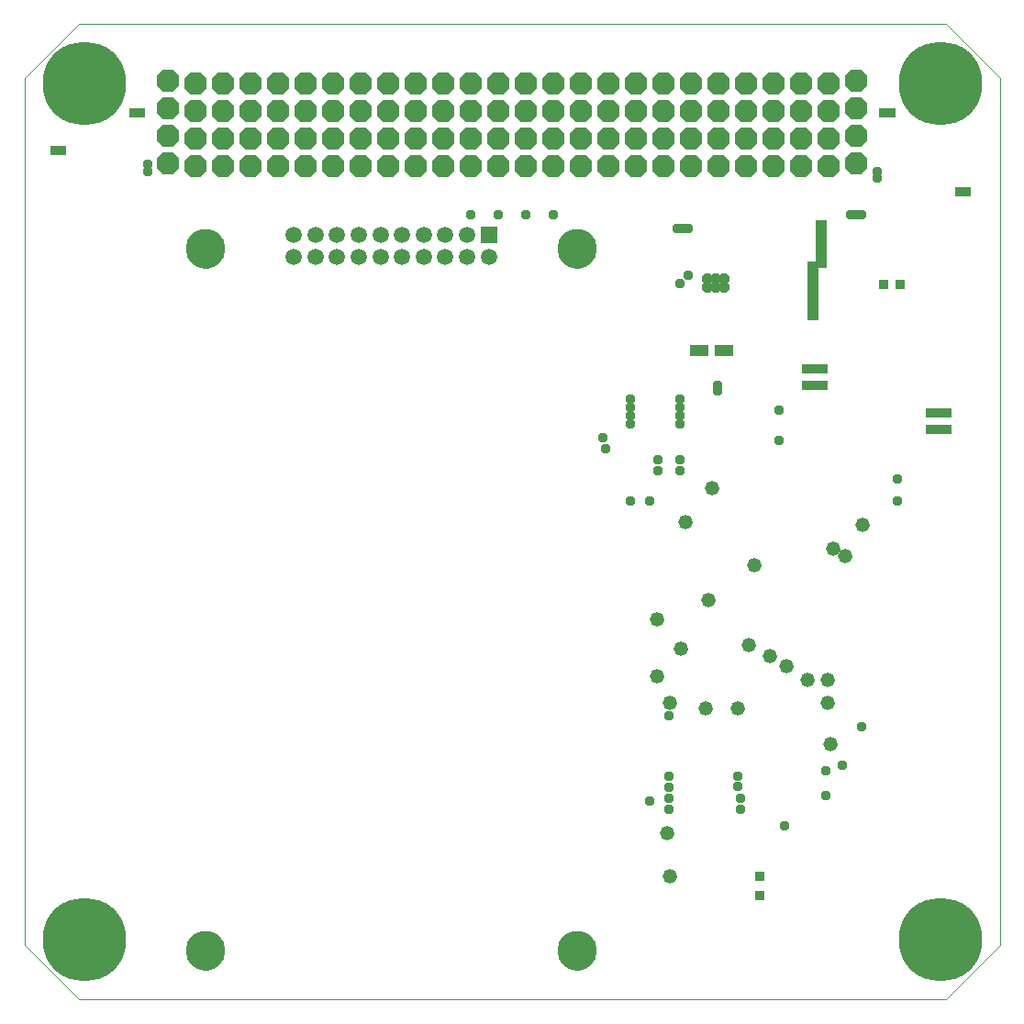
<source format=gbs>
G75*
%MOIN*%
%OFA0B0*%
%FSLAX25Y25*%
%IPPOS*%
%LPD*%
%AMOC8*
5,1,8,0,0,1.08239X$1,22.5*
%
%ADD10C,0.00000*%
%ADD11C,0.30328*%
%ADD12OC8,0.08200*%
%ADD13C,0.05200*%
%ADD14R,0.05950X0.05950*%
%ADD15C,0.05950*%
%ADD16C,0.14383*%
%ADD17C,0.03778*%
%ADD18R,0.03778X0.03778*%
%ADD19OC8,0.03975*%
%ADD20R,0.03975X0.03975*%
D10*
X0001000Y0020685D02*
X0001000Y0335646D01*
X0020685Y0355331D01*
X0335646Y0355331D01*
X0355331Y0335646D01*
X0355331Y0020685D01*
X0335646Y0001000D01*
X0020685Y0001000D01*
X0001000Y0020685D01*
X0059855Y0018685D02*
X0059857Y0018852D01*
X0059863Y0019018D01*
X0059873Y0019185D01*
X0059888Y0019351D01*
X0059906Y0019516D01*
X0059929Y0019681D01*
X0059955Y0019846D01*
X0059985Y0020010D01*
X0060020Y0020173D01*
X0060059Y0020335D01*
X0060101Y0020496D01*
X0060147Y0020656D01*
X0060198Y0020815D01*
X0060252Y0020973D01*
X0060310Y0021129D01*
X0060372Y0021284D01*
X0060438Y0021437D01*
X0060507Y0021589D01*
X0060580Y0021738D01*
X0060657Y0021886D01*
X0060737Y0022032D01*
X0060821Y0022176D01*
X0060909Y0022318D01*
X0060999Y0022458D01*
X0061094Y0022595D01*
X0061191Y0022730D01*
X0061292Y0022863D01*
X0061396Y0022993D01*
X0061504Y0023121D01*
X0061614Y0023246D01*
X0061728Y0023368D01*
X0061844Y0023487D01*
X0061963Y0023603D01*
X0062085Y0023717D01*
X0062210Y0023827D01*
X0062338Y0023935D01*
X0062468Y0024039D01*
X0062601Y0024140D01*
X0062736Y0024237D01*
X0062873Y0024332D01*
X0063013Y0024422D01*
X0063155Y0024510D01*
X0063299Y0024594D01*
X0063445Y0024674D01*
X0063593Y0024751D01*
X0063742Y0024824D01*
X0063894Y0024893D01*
X0064047Y0024959D01*
X0064202Y0025021D01*
X0064358Y0025079D01*
X0064516Y0025133D01*
X0064675Y0025184D01*
X0064835Y0025230D01*
X0064996Y0025272D01*
X0065158Y0025311D01*
X0065321Y0025346D01*
X0065485Y0025376D01*
X0065650Y0025402D01*
X0065815Y0025425D01*
X0065980Y0025443D01*
X0066146Y0025458D01*
X0066313Y0025468D01*
X0066479Y0025474D01*
X0066646Y0025476D01*
X0066813Y0025474D01*
X0066979Y0025468D01*
X0067146Y0025458D01*
X0067312Y0025443D01*
X0067477Y0025425D01*
X0067642Y0025402D01*
X0067807Y0025376D01*
X0067971Y0025346D01*
X0068134Y0025311D01*
X0068296Y0025272D01*
X0068457Y0025230D01*
X0068617Y0025184D01*
X0068776Y0025133D01*
X0068934Y0025079D01*
X0069090Y0025021D01*
X0069245Y0024959D01*
X0069398Y0024893D01*
X0069550Y0024824D01*
X0069699Y0024751D01*
X0069847Y0024674D01*
X0069993Y0024594D01*
X0070137Y0024510D01*
X0070279Y0024422D01*
X0070419Y0024332D01*
X0070556Y0024237D01*
X0070691Y0024140D01*
X0070824Y0024039D01*
X0070954Y0023935D01*
X0071082Y0023827D01*
X0071207Y0023717D01*
X0071329Y0023603D01*
X0071448Y0023487D01*
X0071564Y0023368D01*
X0071678Y0023246D01*
X0071788Y0023121D01*
X0071896Y0022993D01*
X0072000Y0022863D01*
X0072101Y0022730D01*
X0072198Y0022595D01*
X0072293Y0022458D01*
X0072383Y0022318D01*
X0072471Y0022176D01*
X0072555Y0022032D01*
X0072635Y0021886D01*
X0072712Y0021738D01*
X0072785Y0021589D01*
X0072854Y0021437D01*
X0072920Y0021284D01*
X0072982Y0021129D01*
X0073040Y0020973D01*
X0073094Y0020815D01*
X0073145Y0020656D01*
X0073191Y0020496D01*
X0073233Y0020335D01*
X0073272Y0020173D01*
X0073307Y0020010D01*
X0073337Y0019846D01*
X0073363Y0019681D01*
X0073386Y0019516D01*
X0073404Y0019351D01*
X0073419Y0019185D01*
X0073429Y0019018D01*
X0073435Y0018852D01*
X0073437Y0018685D01*
X0073435Y0018518D01*
X0073429Y0018352D01*
X0073419Y0018185D01*
X0073404Y0018019D01*
X0073386Y0017854D01*
X0073363Y0017689D01*
X0073337Y0017524D01*
X0073307Y0017360D01*
X0073272Y0017197D01*
X0073233Y0017035D01*
X0073191Y0016874D01*
X0073145Y0016714D01*
X0073094Y0016555D01*
X0073040Y0016397D01*
X0072982Y0016241D01*
X0072920Y0016086D01*
X0072854Y0015933D01*
X0072785Y0015781D01*
X0072712Y0015632D01*
X0072635Y0015484D01*
X0072555Y0015338D01*
X0072471Y0015194D01*
X0072383Y0015052D01*
X0072293Y0014912D01*
X0072198Y0014775D01*
X0072101Y0014640D01*
X0072000Y0014507D01*
X0071896Y0014377D01*
X0071788Y0014249D01*
X0071678Y0014124D01*
X0071564Y0014002D01*
X0071448Y0013883D01*
X0071329Y0013767D01*
X0071207Y0013653D01*
X0071082Y0013543D01*
X0070954Y0013435D01*
X0070824Y0013331D01*
X0070691Y0013230D01*
X0070556Y0013133D01*
X0070419Y0013038D01*
X0070279Y0012948D01*
X0070137Y0012860D01*
X0069993Y0012776D01*
X0069847Y0012696D01*
X0069699Y0012619D01*
X0069550Y0012546D01*
X0069398Y0012477D01*
X0069245Y0012411D01*
X0069090Y0012349D01*
X0068934Y0012291D01*
X0068776Y0012237D01*
X0068617Y0012186D01*
X0068457Y0012140D01*
X0068296Y0012098D01*
X0068134Y0012059D01*
X0067971Y0012024D01*
X0067807Y0011994D01*
X0067642Y0011968D01*
X0067477Y0011945D01*
X0067312Y0011927D01*
X0067146Y0011912D01*
X0066979Y0011902D01*
X0066813Y0011896D01*
X0066646Y0011894D01*
X0066479Y0011896D01*
X0066313Y0011902D01*
X0066146Y0011912D01*
X0065980Y0011927D01*
X0065815Y0011945D01*
X0065650Y0011968D01*
X0065485Y0011994D01*
X0065321Y0012024D01*
X0065158Y0012059D01*
X0064996Y0012098D01*
X0064835Y0012140D01*
X0064675Y0012186D01*
X0064516Y0012237D01*
X0064358Y0012291D01*
X0064202Y0012349D01*
X0064047Y0012411D01*
X0063894Y0012477D01*
X0063742Y0012546D01*
X0063593Y0012619D01*
X0063445Y0012696D01*
X0063299Y0012776D01*
X0063155Y0012860D01*
X0063013Y0012948D01*
X0062873Y0013038D01*
X0062736Y0013133D01*
X0062601Y0013230D01*
X0062468Y0013331D01*
X0062338Y0013435D01*
X0062210Y0013543D01*
X0062085Y0013653D01*
X0061963Y0013767D01*
X0061844Y0013883D01*
X0061728Y0014002D01*
X0061614Y0014124D01*
X0061504Y0014249D01*
X0061396Y0014377D01*
X0061292Y0014507D01*
X0061191Y0014640D01*
X0061094Y0014775D01*
X0060999Y0014912D01*
X0060909Y0015052D01*
X0060821Y0015194D01*
X0060737Y0015338D01*
X0060657Y0015484D01*
X0060580Y0015632D01*
X0060507Y0015781D01*
X0060438Y0015933D01*
X0060372Y0016086D01*
X0060310Y0016241D01*
X0060252Y0016397D01*
X0060198Y0016555D01*
X0060147Y0016714D01*
X0060101Y0016874D01*
X0060059Y0017035D01*
X0060020Y0017197D01*
X0059985Y0017360D01*
X0059955Y0017524D01*
X0059929Y0017689D01*
X0059906Y0017854D01*
X0059888Y0018019D01*
X0059873Y0018185D01*
X0059863Y0018352D01*
X0059857Y0018518D01*
X0059855Y0018685D01*
X0194855Y0018685D02*
X0194857Y0018852D01*
X0194863Y0019018D01*
X0194873Y0019185D01*
X0194888Y0019351D01*
X0194906Y0019516D01*
X0194929Y0019681D01*
X0194955Y0019846D01*
X0194985Y0020010D01*
X0195020Y0020173D01*
X0195059Y0020335D01*
X0195101Y0020496D01*
X0195147Y0020656D01*
X0195198Y0020815D01*
X0195252Y0020973D01*
X0195310Y0021129D01*
X0195372Y0021284D01*
X0195438Y0021437D01*
X0195507Y0021589D01*
X0195580Y0021738D01*
X0195657Y0021886D01*
X0195737Y0022032D01*
X0195821Y0022176D01*
X0195909Y0022318D01*
X0195999Y0022458D01*
X0196094Y0022595D01*
X0196191Y0022730D01*
X0196292Y0022863D01*
X0196396Y0022993D01*
X0196504Y0023121D01*
X0196614Y0023246D01*
X0196728Y0023368D01*
X0196844Y0023487D01*
X0196963Y0023603D01*
X0197085Y0023717D01*
X0197210Y0023827D01*
X0197338Y0023935D01*
X0197468Y0024039D01*
X0197601Y0024140D01*
X0197736Y0024237D01*
X0197873Y0024332D01*
X0198013Y0024422D01*
X0198155Y0024510D01*
X0198299Y0024594D01*
X0198445Y0024674D01*
X0198593Y0024751D01*
X0198742Y0024824D01*
X0198894Y0024893D01*
X0199047Y0024959D01*
X0199202Y0025021D01*
X0199358Y0025079D01*
X0199516Y0025133D01*
X0199675Y0025184D01*
X0199835Y0025230D01*
X0199996Y0025272D01*
X0200158Y0025311D01*
X0200321Y0025346D01*
X0200485Y0025376D01*
X0200650Y0025402D01*
X0200815Y0025425D01*
X0200980Y0025443D01*
X0201146Y0025458D01*
X0201313Y0025468D01*
X0201479Y0025474D01*
X0201646Y0025476D01*
X0201813Y0025474D01*
X0201979Y0025468D01*
X0202146Y0025458D01*
X0202312Y0025443D01*
X0202477Y0025425D01*
X0202642Y0025402D01*
X0202807Y0025376D01*
X0202971Y0025346D01*
X0203134Y0025311D01*
X0203296Y0025272D01*
X0203457Y0025230D01*
X0203617Y0025184D01*
X0203776Y0025133D01*
X0203934Y0025079D01*
X0204090Y0025021D01*
X0204245Y0024959D01*
X0204398Y0024893D01*
X0204550Y0024824D01*
X0204699Y0024751D01*
X0204847Y0024674D01*
X0204993Y0024594D01*
X0205137Y0024510D01*
X0205279Y0024422D01*
X0205419Y0024332D01*
X0205556Y0024237D01*
X0205691Y0024140D01*
X0205824Y0024039D01*
X0205954Y0023935D01*
X0206082Y0023827D01*
X0206207Y0023717D01*
X0206329Y0023603D01*
X0206448Y0023487D01*
X0206564Y0023368D01*
X0206678Y0023246D01*
X0206788Y0023121D01*
X0206896Y0022993D01*
X0207000Y0022863D01*
X0207101Y0022730D01*
X0207198Y0022595D01*
X0207293Y0022458D01*
X0207383Y0022318D01*
X0207471Y0022176D01*
X0207555Y0022032D01*
X0207635Y0021886D01*
X0207712Y0021738D01*
X0207785Y0021589D01*
X0207854Y0021437D01*
X0207920Y0021284D01*
X0207982Y0021129D01*
X0208040Y0020973D01*
X0208094Y0020815D01*
X0208145Y0020656D01*
X0208191Y0020496D01*
X0208233Y0020335D01*
X0208272Y0020173D01*
X0208307Y0020010D01*
X0208337Y0019846D01*
X0208363Y0019681D01*
X0208386Y0019516D01*
X0208404Y0019351D01*
X0208419Y0019185D01*
X0208429Y0019018D01*
X0208435Y0018852D01*
X0208437Y0018685D01*
X0208435Y0018518D01*
X0208429Y0018352D01*
X0208419Y0018185D01*
X0208404Y0018019D01*
X0208386Y0017854D01*
X0208363Y0017689D01*
X0208337Y0017524D01*
X0208307Y0017360D01*
X0208272Y0017197D01*
X0208233Y0017035D01*
X0208191Y0016874D01*
X0208145Y0016714D01*
X0208094Y0016555D01*
X0208040Y0016397D01*
X0207982Y0016241D01*
X0207920Y0016086D01*
X0207854Y0015933D01*
X0207785Y0015781D01*
X0207712Y0015632D01*
X0207635Y0015484D01*
X0207555Y0015338D01*
X0207471Y0015194D01*
X0207383Y0015052D01*
X0207293Y0014912D01*
X0207198Y0014775D01*
X0207101Y0014640D01*
X0207000Y0014507D01*
X0206896Y0014377D01*
X0206788Y0014249D01*
X0206678Y0014124D01*
X0206564Y0014002D01*
X0206448Y0013883D01*
X0206329Y0013767D01*
X0206207Y0013653D01*
X0206082Y0013543D01*
X0205954Y0013435D01*
X0205824Y0013331D01*
X0205691Y0013230D01*
X0205556Y0013133D01*
X0205419Y0013038D01*
X0205279Y0012948D01*
X0205137Y0012860D01*
X0204993Y0012776D01*
X0204847Y0012696D01*
X0204699Y0012619D01*
X0204550Y0012546D01*
X0204398Y0012477D01*
X0204245Y0012411D01*
X0204090Y0012349D01*
X0203934Y0012291D01*
X0203776Y0012237D01*
X0203617Y0012186D01*
X0203457Y0012140D01*
X0203296Y0012098D01*
X0203134Y0012059D01*
X0202971Y0012024D01*
X0202807Y0011994D01*
X0202642Y0011968D01*
X0202477Y0011945D01*
X0202312Y0011927D01*
X0202146Y0011912D01*
X0201979Y0011902D01*
X0201813Y0011896D01*
X0201646Y0011894D01*
X0201479Y0011896D01*
X0201313Y0011902D01*
X0201146Y0011912D01*
X0200980Y0011927D01*
X0200815Y0011945D01*
X0200650Y0011968D01*
X0200485Y0011994D01*
X0200321Y0012024D01*
X0200158Y0012059D01*
X0199996Y0012098D01*
X0199835Y0012140D01*
X0199675Y0012186D01*
X0199516Y0012237D01*
X0199358Y0012291D01*
X0199202Y0012349D01*
X0199047Y0012411D01*
X0198894Y0012477D01*
X0198742Y0012546D01*
X0198593Y0012619D01*
X0198445Y0012696D01*
X0198299Y0012776D01*
X0198155Y0012860D01*
X0198013Y0012948D01*
X0197873Y0013038D01*
X0197736Y0013133D01*
X0197601Y0013230D01*
X0197468Y0013331D01*
X0197338Y0013435D01*
X0197210Y0013543D01*
X0197085Y0013653D01*
X0196963Y0013767D01*
X0196844Y0013883D01*
X0196728Y0014002D01*
X0196614Y0014124D01*
X0196504Y0014249D01*
X0196396Y0014377D01*
X0196292Y0014507D01*
X0196191Y0014640D01*
X0196094Y0014775D01*
X0195999Y0014912D01*
X0195909Y0015052D01*
X0195821Y0015194D01*
X0195737Y0015338D01*
X0195657Y0015484D01*
X0195580Y0015632D01*
X0195507Y0015781D01*
X0195438Y0015933D01*
X0195372Y0016086D01*
X0195310Y0016241D01*
X0195252Y0016397D01*
X0195198Y0016555D01*
X0195147Y0016714D01*
X0195101Y0016874D01*
X0195059Y0017035D01*
X0195020Y0017197D01*
X0194985Y0017360D01*
X0194955Y0017524D01*
X0194929Y0017689D01*
X0194906Y0017854D01*
X0194888Y0018019D01*
X0194873Y0018185D01*
X0194863Y0018352D01*
X0194857Y0018518D01*
X0194855Y0018685D01*
X0194855Y0273685D02*
X0194857Y0273852D01*
X0194863Y0274018D01*
X0194873Y0274185D01*
X0194888Y0274351D01*
X0194906Y0274516D01*
X0194929Y0274681D01*
X0194955Y0274846D01*
X0194985Y0275010D01*
X0195020Y0275173D01*
X0195059Y0275335D01*
X0195101Y0275496D01*
X0195147Y0275656D01*
X0195198Y0275815D01*
X0195252Y0275973D01*
X0195310Y0276129D01*
X0195372Y0276284D01*
X0195438Y0276437D01*
X0195507Y0276589D01*
X0195580Y0276738D01*
X0195657Y0276886D01*
X0195737Y0277032D01*
X0195821Y0277176D01*
X0195909Y0277318D01*
X0195999Y0277458D01*
X0196094Y0277595D01*
X0196191Y0277730D01*
X0196292Y0277863D01*
X0196396Y0277993D01*
X0196504Y0278121D01*
X0196614Y0278246D01*
X0196728Y0278368D01*
X0196844Y0278487D01*
X0196963Y0278603D01*
X0197085Y0278717D01*
X0197210Y0278827D01*
X0197338Y0278935D01*
X0197468Y0279039D01*
X0197601Y0279140D01*
X0197736Y0279237D01*
X0197873Y0279332D01*
X0198013Y0279422D01*
X0198155Y0279510D01*
X0198299Y0279594D01*
X0198445Y0279674D01*
X0198593Y0279751D01*
X0198742Y0279824D01*
X0198894Y0279893D01*
X0199047Y0279959D01*
X0199202Y0280021D01*
X0199358Y0280079D01*
X0199516Y0280133D01*
X0199675Y0280184D01*
X0199835Y0280230D01*
X0199996Y0280272D01*
X0200158Y0280311D01*
X0200321Y0280346D01*
X0200485Y0280376D01*
X0200650Y0280402D01*
X0200815Y0280425D01*
X0200980Y0280443D01*
X0201146Y0280458D01*
X0201313Y0280468D01*
X0201479Y0280474D01*
X0201646Y0280476D01*
X0201813Y0280474D01*
X0201979Y0280468D01*
X0202146Y0280458D01*
X0202312Y0280443D01*
X0202477Y0280425D01*
X0202642Y0280402D01*
X0202807Y0280376D01*
X0202971Y0280346D01*
X0203134Y0280311D01*
X0203296Y0280272D01*
X0203457Y0280230D01*
X0203617Y0280184D01*
X0203776Y0280133D01*
X0203934Y0280079D01*
X0204090Y0280021D01*
X0204245Y0279959D01*
X0204398Y0279893D01*
X0204550Y0279824D01*
X0204699Y0279751D01*
X0204847Y0279674D01*
X0204993Y0279594D01*
X0205137Y0279510D01*
X0205279Y0279422D01*
X0205419Y0279332D01*
X0205556Y0279237D01*
X0205691Y0279140D01*
X0205824Y0279039D01*
X0205954Y0278935D01*
X0206082Y0278827D01*
X0206207Y0278717D01*
X0206329Y0278603D01*
X0206448Y0278487D01*
X0206564Y0278368D01*
X0206678Y0278246D01*
X0206788Y0278121D01*
X0206896Y0277993D01*
X0207000Y0277863D01*
X0207101Y0277730D01*
X0207198Y0277595D01*
X0207293Y0277458D01*
X0207383Y0277318D01*
X0207471Y0277176D01*
X0207555Y0277032D01*
X0207635Y0276886D01*
X0207712Y0276738D01*
X0207785Y0276589D01*
X0207854Y0276437D01*
X0207920Y0276284D01*
X0207982Y0276129D01*
X0208040Y0275973D01*
X0208094Y0275815D01*
X0208145Y0275656D01*
X0208191Y0275496D01*
X0208233Y0275335D01*
X0208272Y0275173D01*
X0208307Y0275010D01*
X0208337Y0274846D01*
X0208363Y0274681D01*
X0208386Y0274516D01*
X0208404Y0274351D01*
X0208419Y0274185D01*
X0208429Y0274018D01*
X0208435Y0273852D01*
X0208437Y0273685D01*
X0208435Y0273518D01*
X0208429Y0273352D01*
X0208419Y0273185D01*
X0208404Y0273019D01*
X0208386Y0272854D01*
X0208363Y0272689D01*
X0208337Y0272524D01*
X0208307Y0272360D01*
X0208272Y0272197D01*
X0208233Y0272035D01*
X0208191Y0271874D01*
X0208145Y0271714D01*
X0208094Y0271555D01*
X0208040Y0271397D01*
X0207982Y0271241D01*
X0207920Y0271086D01*
X0207854Y0270933D01*
X0207785Y0270781D01*
X0207712Y0270632D01*
X0207635Y0270484D01*
X0207555Y0270338D01*
X0207471Y0270194D01*
X0207383Y0270052D01*
X0207293Y0269912D01*
X0207198Y0269775D01*
X0207101Y0269640D01*
X0207000Y0269507D01*
X0206896Y0269377D01*
X0206788Y0269249D01*
X0206678Y0269124D01*
X0206564Y0269002D01*
X0206448Y0268883D01*
X0206329Y0268767D01*
X0206207Y0268653D01*
X0206082Y0268543D01*
X0205954Y0268435D01*
X0205824Y0268331D01*
X0205691Y0268230D01*
X0205556Y0268133D01*
X0205419Y0268038D01*
X0205279Y0267948D01*
X0205137Y0267860D01*
X0204993Y0267776D01*
X0204847Y0267696D01*
X0204699Y0267619D01*
X0204550Y0267546D01*
X0204398Y0267477D01*
X0204245Y0267411D01*
X0204090Y0267349D01*
X0203934Y0267291D01*
X0203776Y0267237D01*
X0203617Y0267186D01*
X0203457Y0267140D01*
X0203296Y0267098D01*
X0203134Y0267059D01*
X0202971Y0267024D01*
X0202807Y0266994D01*
X0202642Y0266968D01*
X0202477Y0266945D01*
X0202312Y0266927D01*
X0202146Y0266912D01*
X0201979Y0266902D01*
X0201813Y0266896D01*
X0201646Y0266894D01*
X0201479Y0266896D01*
X0201313Y0266902D01*
X0201146Y0266912D01*
X0200980Y0266927D01*
X0200815Y0266945D01*
X0200650Y0266968D01*
X0200485Y0266994D01*
X0200321Y0267024D01*
X0200158Y0267059D01*
X0199996Y0267098D01*
X0199835Y0267140D01*
X0199675Y0267186D01*
X0199516Y0267237D01*
X0199358Y0267291D01*
X0199202Y0267349D01*
X0199047Y0267411D01*
X0198894Y0267477D01*
X0198742Y0267546D01*
X0198593Y0267619D01*
X0198445Y0267696D01*
X0198299Y0267776D01*
X0198155Y0267860D01*
X0198013Y0267948D01*
X0197873Y0268038D01*
X0197736Y0268133D01*
X0197601Y0268230D01*
X0197468Y0268331D01*
X0197338Y0268435D01*
X0197210Y0268543D01*
X0197085Y0268653D01*
X0196963Y0268767D01*
X0196844Y0268883D01*
X0196728Y0269002D01*
X0196614Y0269124D01*
X0196504Y0269249D01*
X0196396Y0269377D01*
X0196292Y0269507D01*
X0196191Y0269640D01*
X0196094Y0269775D01*
X0195999Y0269912D01*
X0195909Y0270052D01*
X0195821Y0270194D01*
X0195737Y0270338D01*
X0195657Y0270484D01*
X0195580Y0270632D01*
X0195507Y0270781D01*
X0195438Y0270933D01*
X0195372Y0271086D01*
X0195310Y0271241D01*
X0195252Y0271397D01*
X0195198Y0271555D01*
X0195147Y0271714D01*
X0195101Y0271874D01*
X0195059Y0272035D01*
X0195020Y0272197D01*
X0194985Y0272360D01*
X0194955Y0272524D01*
X0194929Y0272689D01*
X0194906Y0272854D01*
X0194888Y0273019D01*
X0194873Y0273185D01*
X0194863Y0273352D01*
X0194857Y0273518D01*
X0194855Y0273685D01*
X0059855Y0273685D02*
X0059857Y0273852D01*
X0059863Y0274018D01*
X0059873Y0274185D01*
X0059888Y0274351D01*
X0059906Y0274516D01*
X0059929Y0274681D01*
X0059955Y0274846D01*
X0059985Y0275010D01*
X0060020Y0275173D01*
X0060059Y0275335D01*
X0060101Y0275496D01*
X0060147Y0275656D01*
X0060198Y0275815D01*
X0060252Y0275973D01*
X0060310Y0276129D01*
X0060372Y0276284D01*
X0060438Y0276437D01*
X0060507Y0276589D01*
X0060580Y0276738D01*
X0060657Y0276886D01*
X0060737Y0277032D01*
X0060821Y0277176D01*
X0060909Y0277318D01*
X0060999Y0277458D01*
X0061094Y0277595D01*
X0061191Y0277730D01*
X0061292Y0277863D01*
X0061396Y0277993D01*
X0061504Y0278121D01*
X0061614Y0278246D01*
X0061728Y0278368D01*
X0061844Y0278487D01*
X0061963Y0278603D01*
X0062085Y0278717D01*
X0062210Y0278827D01*
X0062338Y0278935D01*
X0062468Y0279039D01*
X0062601Y0279140D01*
X0062736Y0279237D01*
X0062873Y0279332D01*
X0063013Y0279422D01*
X0063155Y0279510D01*
X0063299Y0279594D01*
X0063445Y0279674D01*
X0063593Y0279751D01*
X0063742Y0279824D01*
X0063894Y0279893D01*
X0064047Y0279959D01*
X0064202Y0280021D01*
X0064358Y0280079D01*
X0064516Y0280133D01*
X0064675Y0280184D01*
X0064835Y0280230D01*
X0064996Y0280272D01*
X0065158Y0280311D01*
X0065321Y0280346D01*
X0065485Y0280376D01*
X0065650Y0280402D01*
X0065815Y0280425D01*
X0065980Y0280443D01*
X0066146Y0280458D01*
X0066313Y0280468D01*
X0066479Y0280474D01*
X0066646Y0280476D01*
X0066813Y0280474D01*
X0066979Y0280468D01*
X0067146Y0280458D01*
X0067312Y0280443D01*
X0067477Y0280425D01*
X0067642Y0280402D01*
X0067807Y0280376D01*
X0067971Y0280346D01*
X0068134Y0280311D01*
X0068296Y0280272D01*
X0068457Y0280230D01*
X0068617Y0280184D01*
X0068776Y0280133D01*
X0068934Y0280079D01*
X0069090Y0280021D01*
X0069245Y0279959D01*
X0069398Y0279893D01*
X0069550Y0279824D01*
X0069699Y0279751D01*
X0069847Y0279674D01*
X0069993Y0279594D01*
X0070137Y0279510D01*
X0070279Y0279422D01*
X0070419Y0279332D01*
X0070556Y0279237D01*
X0070691Y0279140D01*
X0070824Y0279039D01*
X0070954Y0278935D01*
X0071082Y0278827D01*
X0071207Y0278717D01*
X0071329Y0278603D01*
X0071448Y0278487D01*
X0071564Y0278368D01*
X0071678Y0278246D01*
X0071788Y0278121D01*
X0071896Y0277993D01*
X0072000Y0277863D01*
X0072101Y0277730D01*
X0072198Y0277595D01*
X0072293Y0277458D01*
X0072383Y0277318D01*
X0072471Y0277176D01*
X0072555Y0277032D01*
X0072635Y0276886D01*
X0072712Y0276738D01*
X0072785Y0276589D01*
X0072854Y0276437D01*
X0072920Y0276284D01*
X0072982Y0276129D01*
X0073040Y0275973D01*
X0073094Y0275815D01*
X0073145Y0275656D01*
X0073191Y0275496D01*
X0073233Y0275335D01*
X0073272Y0275173D01*
X0073307Y0275010D01*
X0073337Y0274846D01*
X0073363Y0274681D01*
X0073386Y0274516D01*
X0073404Y0274351D01*
X0073419Y0274185D01*
X0073429Y0274018D01*
X0073435Y0273852D01*
X0073437Y0273685D01*
X0073435Y0273518D01*
X0073429Y0273352D01*
X0073419Y0273185D01*
X0073404Y0273019D01*
X0073386Y0272854D01*
X0073363Y0272689D01*
X0073337Y0272524D01*
X0073307Y0272360D01*
X0073272Y0272197D01*
X0073233Y0272035D01*
X0073191Y0271874D01*
X0073145Y0271714D01*
X0073094Y0271555D01*
X0073040Y0271397D01*
X0072982Y0271241D01*
X0072920Y0271086D01*
X0072854Y0270933D01*
X0072785Y0270781D01*
X0072712Y0270632D01*
X0072635Y0270484D01*
X0072555Y0270338D01*
X0072471Y0270194D01*
X0072383Y0270052D01*
X0072293Y0269912D01*
X0072198Y0269775D01*
X0072101Y0269640D01*
X0072000Y0269507D01*
X0071896Y0269377D01*
X0071788Y0269249D01*
X0071678Y0269124D01*
X0071564Y0269002D01*
X0071448Y0268883D01*
X0071329Y0268767D01*
X0071207Y0268653D01*
X0071082Y0268543D01*
X0070954Y0268435D01*
X0070824Y0268331D01*
X0070691Y0268230D01*
X0070556Y0268133D01*
X0070419Y0268038D01*
X0070279Y0267948D01*
X0070137Y0267860D01*
X0069993Y0267776D01*
X0069847Y0267696D01*
X0069699Y0267619D01*
X0069550Y0267546D01*
X0069398Y0267477D01*
X0069245Y0267411D01*
X0069090Y0267349D01*
X0068934Y0267291D01*
X0068776Y0267237D01*
X0068617Y0267186D01*
X0068457Y0267140D01*
X0068296Y0267098D01*
X0068134Y0267059D01*
X0067971Y0267024D01*
X0067807Y0266994D01*
X0067642Y0266968D01*
X0067477Y0266945D01*
X0067312Y0266927D01*
X0067146Y0266912D01*
X0066979Y0266902D01*
X0066813Y0266896D01*
X0066646Y0266894D01*
X0066479Y0266896D01*
X0066313Y0266902D01*
X0066146Y0266912D01*
X0065980Y0266927D01*
X0065815Y0266945D01*
X0065650Y0266968D01*
X0065485Y0266994D01*
X0065321Y0267024D01*
X0065158Y0267059D01*
X0064996Y0267098D01*
X0064835Y0267140D01*
X0064675Y0267186D01*
X0064516Y0267237D01*
X0064358Y0267291D01*
X0064202Y0267349D01*
X0064047Y0267411D01*
X0063894Y0267477D01*
X0063742Y0267546D01*
X0063593Y0267619D01*
X0063445Y0267696D01*
X0063299Y0267776D01*
X0063155Y0267860D01*
X0063013Y0267948D01*
X0062873Y0268038D01*
X0062736Y0268133D01*
X0062601Y0268230D01*
X0062468Y0268331D01*
X0062338Y0268435D01*
X0062210Y0268543D01*
X0062085Y0268653D01*
X0061963Y0268767D01*
X0061844Y0268883D01*
X0061728Y0269002D01*
X0061614Y0269124D01*
X0061504Y0269249D01*
X0061396Y0269377D01*
X0061292Y0269507D01*
X0061191Y0269640D01*
X0061094Y0269775D01*
X0060999Y0269912D01*
X0060909Y0270052D01*
X0060821Y0270194D01*
X0060737Y0270338D01*
X0060657Y0270484D01*
X0060580Y0270632D01*
X0060507Y0270781D01*
X0060438Y0270933D01*
X0060372Y0271086D01*
X0060310Y0271241D01*
X0060252Y0271397D01*
X0060198Y0271555D01*
X0060147Y0271714D01*
X0060101Y0271874D01*
X0060059Y0272035D01*
X0060020Y0272197D01*
X0059985Y0272360D01*
X0059955Y0272524D01*
X0059929Y0272689D01*
X0059906Y0272854D01*
X0059888Y0273019D01*
X0059873Y0273185D01*
X0059863Y0273352D01*
X0059857Y0273518D01*
X0059855Y0273685D01*
D11*
X0022654Y0333677D03*
X0333677Y0333677D03*
X0333677Y0022654D03*
X0022654Y0022654D03*
D12*
X0053165Y0304677D03*
X0053165Y0314677D03*
X0053165Y0324677D03*
X0053165Y0334677D03*
X0063165Y0333677D03*
X0063165Y0323677D03*
X0063165Y0313677D03*
X0063165Y0303677D03*
X0073165Y0303677D03*
X0073165Y0313677D03*
X0073165Y0323677D03*
X0073165Y0333677D03*
X0083165Y0333677D03*
X0083165Y0323677D03*
X0083165Y0313677D03*
X0083165Y0303677D03*
X0093165Y0303677D03*
X0103165Y0303677D03*
X0103165Y0313677D03*
X0093165Y0313677D03*
X0093165Y0323677D03*
X0103165Y0323677D03*
X0103165Y0333677D03*
X0093165Y0333677D03*
X0113165Y0333677D03*
X0113165Y0323677D03*
X0113165Y0313677D03*
X0113165Y0303677D03*
X0123165Y0303677D03*
X0123165Y0313677D03*
X0123165Y0323677D03*
X0123165Y0333677D03*
X0133165Y0333677D03*
X0133165Y0323677D03*
X0133165Y0313677D03*
X0133165Y0303677D03*
X0143165Y0303677D03*
X0153165Y0303677D03*
X0153165Y0313677D03*
X0143165Y0313677D03*
X0143165Y0323677D03*
X0153165Y0323677D03*
X0153165Y0333677D03*
X0143165Y0333677D03*
X0163165Y0333677D03*
X0163165Y0323677D03*
X0163165Y0313677D03*
X0163165Y0303677D03*
X0173165Y0303677D03*
X0173165Y0313677D03*
X0173165Y0323677D03*
X0173165Y0333677D03*
X0183165Y0333677D03*
X0183165Y0323677D03*
X0183165Y0313677D03*
X0183165Y0303677D03*
X0193165Y0303677D03*
X0193165Y0313677D03*
X0193165Y0323677D03*
X0193165Y0333677D03*
X0203165Y0333677D03*
X0213165Y0333677D03*
X0213165Y0323677D03*
X0203165Y0323677D03*
X0203165Y0313677D03*
X0213165Y0313677D03*
X0213165Y0303677D03*
X0203165Y0303677D03*
X0223165Y0303677D03*
X0223165Y0313677D03*
X0223165Y0323677D03*
X0223165Y0333677D03*
X0233165Y0333677D03*
X0233165Y0323677D03*
X0233165Y0313677D03*
X0233165Y0303677D03*
X0243165Y0303677D03*
X0243165Y0313677D03*
X0243165Y0323677D03*
X0243165Y0333677D03*
X0253165Y0333677D03*
X0263165Y0333677D03*
X0263165Y0323677D03*
X0253165Y0323677D03*
X0253165Y0313677D03*
X0263165Y0313677D03*
X0263165Y0303677D03*
X0253165Y0303677D03*
X0273165Y0303677D03*
X0273165Y0313677D03*
X0273165Y0323677D03*
X0273165Y0333677D03*
X0283165Y0333677D03*
X0283165Y0323677D03*
X0283165Y0313677D03*
X0283165Y0303677D03*
X0293165Y0303677D03*
X0293165Y0313677D03*
X0293165Y0323677D03*
X0293165Y0333677D03*
X0303165Y0334677D03*
X0303165Y0324677D03*
X0303165Y0314677D03*
X0303165Y0304677D03*
D13*
X0250878Y0186909D03*
X0241035Y0174606D03*
X0266134Y0158858D03*
X0249402Y0146063D03*
X0239559Y0128346D03*
X0230701Y0118504D03*
X0235622Y0108661D03*
X0248417Y0106693D03*
X0260228Y0106693D03*
X0277895Y0122180D03*
X0271647Y0125802D03*
X0264165Y0129715D03*
X0285415Y0117165D03*
X0292915Y0117165D03*
X0292709Y0108661D03*
X0293693Y0093898D03*
X0235622Y0045669D03*
X0234638Y0061417D03*
X0230701Y0139173D03*
X0294677Y0164764D03*
X0299106Y0162303D03*
X0305504Y0173622D03*
D14*
X0169677Y0278685D03*
D15*
X0161803Y0278685D03*
X0153929Y0278685D03*
X0153929Y0270811D03*
X0161803Y0270811D03*
X0169677Y0270811D03*
X0146055Y0270811D03*
X0138181Y0270811D03*
X0130307Y0270811D03*
X0122433Y0270811D03*
X0114559Y0270811D03*
X0114559Y0278685D03*
X0122433Y0278685D03*
X0130307Y0278685D03*
X0138181Y0278685D03*
X0146055Y0278685D03*
X0106685Y0278685D03*
X0106685Y0270811D03*
X0098811Y0270811D03*
X0098811Y0278685D03*
D16*
X0066646Y0273685D03*
X0201646Y0273685D03*
X0201646Y0018685D03*
X0066646Y0018685D03*
D17*
X0228165Y0073165D03*
X0235165Y0074165D03*
X0235165Y0070165D03*
X0235165Y0078165D03*
X0235165Y0082165D03*
X0235165Y0104165D03*
X0260165Y0082165D03*
X0260165Y0078387D03*
X0261165Y0074165D03*
X0261165Y0070165D03*
X0277165Y0064165D03*
X0292165Y0075165D03*
X0292165Y0084165D03*
X0298165Y0086165D03*
X0305165Y0100165D03*
X0318165Y0182165D03*
X0318165Y0190165D03*
X0275165Y0204165D03*
X0275165Y0215165D03*
X0252665Y0222165D03*
X0252665Y0224165D03*
X0239165Y0219165D03*
X0239165Y0216165D03*
X0239165Y0213165D03*
X0239165Y0210165D03*
X0239165Y0197165D03*
X0239165Y0193165D03*
X0231165Y0193165D03*
X0231165Y0197165D03*
X0221165Y0210165D03*
X0221165Y0213165D03*
X0221165Y0216165D03*
X0221165Y0219165D03*
X0211165Y0205165D03*
X0212165Y0201165D03*
X0221165Y0182165D03*
X0228165Y0182165D03*
X0239165Y0261165D03*
X0242165Y0264165D03*
X0242165Y0281165D03*
X0240165Y0281165D03*
X0238165Y0281165D03*
X0193165Y0286165D03*
X0183165Y0286165D03*
X0173165Y0286165D03*
X0163165Y0286165D03*
X0045665Y0301915D03*
X0045665Y0304415D03*
X0301165Y0286165D03*
X0303165Y0286165D03*
X0305165Y0286165D03*
X0310665Y0299415D03*
X0310665Y0301915D03*
D18*
X0313274Y0323272D03*
X0315774Y0323272D03*
X0340774Y0294522D03*
X0343274Y0294522D03*
X0319165Y0260665D03*
X0313165Y0260665D03*
X0291165Y0230165D03*
X0288165Y0230165D03*
X0285165Y0230165D03*
X0285165Y0224165D03*
X0288165Y0224165D03*
X0291165Y0224165D03*
X0330165Y0214165D03*
X0333165Y0214165D03*
X0336165Y0214165D03*
X0336165Y0208165D03*
X0333165Y0208165D03*
X0330165Y0208165D03*
X0268165Y0045665D03*
X0268165Y0038665D03*
X0014524Y0309522D03*
X0012024Y0309522D03*
X0040774Y0323272D03*
X0043274Y0323272D03*
D19*
X0249165Y0262665D03*
X0249165Y0259665D03*
X0252165Y0259665D03*
X0252165Y0262665D03*
X0255165Y0262665D03*
X0255165Y0259665D03*
D20*
X0253965Y0236665D03*
X0256465Y0236665D03*
X0247465Y0236665D03*
X0244965Y0236665D03*
X0287465Y0249665D03*
X0287465Y0252165D03*
X0287465Y0254665D03*
X0287465Y0257165D03*
X0287465Y0259665D03*
X0287465Y0262165D03*
X0287465Y0264665D03*
X0287465Y0267165D03*
X0290465Y0268665D03*
X0290465Y0271665D03*
X0290465Y0274665D03*
X0290465Y0277165D03*
X0290465Y0279665D03*
X0290465Y0282165D03*
M02*

</source>
